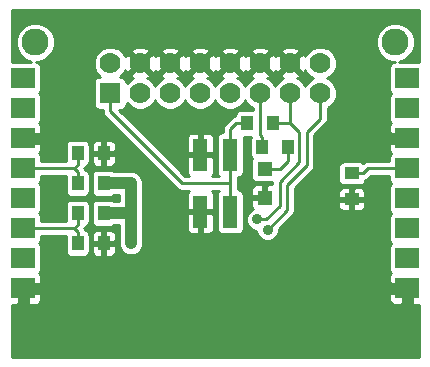
<source format=gbr>
G04 #@! TF.FileFunction,Copper,L2,Bot,Signal*
%FSLAX46Y46*%
G04 Gerber Fmt 4.6, Leading zero omitted, Abs format (unit mm)*
G04 Created by KiCad (PCBNEW (2015-12-09 BZR 6195)-product) date Tue Nov 28 20:16:39 2017*
%MOMM*%
G01*
G04 APERTURE LIST*
%ADD10C,0.100000*%
%ADD11C,1.016000*%
%ADD12C,2.032000*%
%ADD13R,2.032000X1.778000*%
%ADD14C,2.286000*%
%ADD15R,1.270000X2.780000*%
%ADD16R,1.778000X1.778000*%
%ADD17C,1.778000*%
%ADD18R,1.000000X1.300000*%
%ADD19R,1.300000X1.000000*%
%ADD20R,1.300000X1.200000*%
%ADD21C,0.889000*%
%ADD22C,1.016000*%
%ADD23C,0.254000*%
G04 APERTURE END LIST*
D10*
D11*
X138430000Y-93980000D03*
X140970000Y-96520000D03*
X158750000Y-106680000D03*
X130810000Y-106680000D03*
D12*
X158496000Y-96266000D03*
X131064000Y-96266000D03*
D11*
X152400000Y-109220000D03*
X152400000Y-104140000D03*
X140970000Y-106680000D03*
X140970000Y-101600000D03*
X130810000Y-104140000D03*
X130810000Y-101600000D03*
X130810000Y-99060000D03*
X158750000Y-104140000D03*
X158750000Y-101600000D03*
D13*
X128524000Y-90170000D03*
X128524000Y-92710000D03*
X128524000Y-95250000D03*
X128524000Y-97790000D03*
X128524000Y-100330000D03*
X128524000Y-102870000D03*
X128524000Y-105410000D03*
X128524000Y-107950000D03*
X161036000Y-107950000D03*
X161036000Y-105410000D03*
X161036000Y-102870000D03*
X161036000Y-100330000D03*
X161036000Y-97790000D03*
X161036000Y-95250000D03*
X161036000Y-92710000D03*
X161036000Y-90170000D03*
D11*
X158750000Y-99060000D03*
D14*
X129540000Y-87122000D03*
X160020000Y-87122000D03*
D15*
X143510000Y-101465000D03*
X146050000Y-101465000D03*
X143510000Y-96655000D03*
X146050000Y-96655000D03*
D16*
X135890000Y-91440000D03*
D17*
X135890000Y-88900000D03*
X138430000Y-91440000D03*
X138430000Y-88900000D03*
X140970000Y-91440000D03*
X140970000Y-88900000D03*
X143510000Y-91440000D03*
X143510000Y-88900000D03*
X146050000Y-91440000D03*
X146050000Y-88900000D03*
X148590000Y-91440000D03*
X148590000Y-88900000D03*
X151130000Y-91440000D03*
X151130000Y-88900000D03*
X153670000Y-91440000D03*
X153670000Y-88900000D03*
D18*
X135339000Y-104140000D03*
X133139000Y-104140000D03*
X133139000Y-101600000D03*
X135339000Y-101600000D03*
X135339000Y-96520000D03*
X133139000Y-96520000D03*
X133139000Y-99060000D03*
X135339000Y-99060000D03*
X147490000Y-93980000D03*
X149690000Y-93980000D03*
D19*
X156337000Y-100414000D03*
X156337000Y-98214000D03*
D18*
X150960000Y-96012000D03*
X148760000Y-96012000D03*
D20*
X148971000Y-100260000D03*
X148971000Y-97860000D03*
D11*
X137668000Y-99060000D03*
X137668000Y-104140000D03*
D21*
X148336000Y-102108000D03*
X149225000Y-102997000D03*
D22*
X135339000Y-99060000D02*
X137668000Y-99060000D01*
X135339000Y-101600000D02*
X137668000Y-101600000D01*
X137668000Y-99060000D02*
X137668000Y-101600000D01*
X137668000Y-104140000D02*
X137668000Y-101600000D01*
D23*
X156337000Y-98214000D02*
X157310000Y-98214000D01*
X157734000Y-97790000D02*
X161036000Y-97790000D01*
X157310000Y-98214000D02*
X157734000Y-97790000D01*
X133139000Y-96520000D02*
X133139000Y-97493000D01*
X133139000Y-97493000D02*
X132842000Y-97790000D01*
X128524000Y-97790000D02*
X132842000Y-97790000D01*
X133139000Y-99060000D02*
X133139000Y-98087000D01*
X133139000Y-98087000D02*
X132842000Y-97790000D01*
X135890000Y-91440000D02*
X135890000Y-92964000D01*
X135890000Y-92964000D02*
X141986000Y-99060000D01*
X141986000Y-99060000D02*
X143510000Y-99060000D01*
X143510000Y-99060000D02*
X146050000Y-99060000D01*
X146558000Y-93980000D02*
X146050000Y-94488000D01*
X146050000Y-94488000D02*
X146050000Y-96655000D01*
X147490000Y-93980000D02*
X146558000Y-93980000D01*
X146050000Y-101465000D02*
X146050000Y-99060000D01*
X146050000Y-99060000D02*
X146050000Y-96655000D01*
X148336000Y-102108000D02*
X149098000Y-102108000D01*
X149098000Y-102108000D02*
X150241000Y-100965000D01*
X150241000Y-100965000D02*
X150241000Y-98933000D01*
X150241000Y-98933000D02*
X151892000Y-97282000D01*
X151892000Y-97282000D02*
X151892000Y-94742000D01*
X151892000Y-94742000D02*
X151130000Y-93980000D01*
X151130000Y-93980000D02*
X151130000Y-93218000D01*
X149690000Y-93980000D02*
X151130000Y-93980000D01*
X151130000Y-93218000D02*
X151130000Y-91440000D01*
X149225000Y-102997000D02*
X150876000Y-101346000D01*
X150876000Y-101346000D02*
X150876000Y-99187000D01*
X150876000Y-99187000D02*
X152527000Y-97536000D01*
X152527000Y-97536000D02*
X152527000Y-94742000D01*
X152527000Y-94742000D02*
X153670000Y-93599000D01*
X153670000Y-93599000D02*
X153670000Y-91440000D01*
X150960000Y-96012000D02*
X150960000Y-97198000D01*
X150960000Y-97198000D02*
X150298000Y-97860000D01*
X150298000Y-97860000D02*
X148971000Y-97860000D01*
X148760000Y-96012000D02*
X148760000Y-95166000D01*
X148760000Y-95166000D02*
X148590000Y-94996000D01*
X148590000Y-94996000D02*
X148590000Y-91440000D01*
X128524000Y-102870000D02*
X132842000Y-102870000D01*
X132842000Y-102870000D02*
X133139000Y-102573000D01*
X133139000Y-102573000D02*
X133139000Y-101600000D01*
X133139000Y-104140000D02*
X133139000Y-103167000D01*
X133139000Y-103167000D02*
X132842000Y-102870000D01*
G36*
X162002000Y-88763048D02*
X160371741Y-88763048D01*
X160953995Y-88522466D01*
X161418834Y-88058437D01*
X161670713Y-87451845D01*
X161671286Y-86795037D01*
X161420466Y-86188005D01*
X160956437Y-85723166D01*
X160349845Y-85471287D01*
X159693037Y-85470714D01*
X159086005Y-85721534D01*
X158621166Y-86185563D01*
X158369287Y-86792155D01*
X158368714Y-87448963D01*
X158619534Y-88055995D01*
X159083563Y-88520834D01*
X159690155Y-88772713D01*
X159967349Y-88772955D01*
X159831747Y-88798470D01*
X159658847Y-88909728D01*
X159542855Y-89079488D01*
X159502048Y-89281000D01*
X159502048Y-91059000D01*
X159537470Y-91247253D01*
X159648728Y-91420153D01*
X159675927Y-91438737D01*
X159658847Y-91449728D01*
X159542855Y-91619488D01*
X159502048Y-91821000D01*
X159502048Y-93599000D01*
X159537470Y-93787253D01*
X159648728Y-93960153D01*
X159680630Y-93981950D01*
X159589339Y-94073241D01*
X159512000Y-94259952D01*
X159512000Y-94742000D01*
X159639000Y-94869000D01*
X160655000Y-94869000D01*
X160655000Y-94849000D01*
X161417000Y-94849000D01*
X161417000Y-94869000D01*
X161437000Y-94869000D01*
X161437000Y-95631000D01*
X161417000Y-95631000D01*
X161417000Y-95651000D01*
X160655000Y-95651000D01*
X160655000Y-95631000D01*
X159639000Y-95631000D01*
X159512000Y-95758000D01*
X159512000Y-96240048D01*
X159589339Y-96426759D01*
X159679207Y-96516627D01*
X159658847Y-96529728D01*
X159542855Y-96699488D01*
X159502048Y-96901000D01*
X159502048Y-97155000D01*
X157734005Y-97155000D01*
X157734000Y-97154999D01*
X157517822Y-97198000D01*
X157490996Y-97203336D01*
X157313263Y-97322094D01*
X157188512Y-97236855D01*
X156987000Y-97196048D01*
X155687000Y-97196048D01*
X155498747Y-97231470D01*
X155325847Y-97342728D01*
X155209855Y-97512488D01*
X155169048Y-97714000D01*
X155169048Y-98714000D01*
X155204470Y-98902253D01*
X155315728Y-99075153D01*
X155485488Y-99191145D01*
X155687000Y-99231952D01*
X156987000Y-99231952D01*
X157175253Y-99196530D01*
X157348153Y-99085272D01*
X157464145Y-98915512D01*
X157484649Y-98814261D01*
X157553004Y-98800664D01*
X157759013Y-98663013D01*
X157997025Y-98425000D01*
X159502048Y-98425000D01*
X159502048Y-98679000D01*
X159537470Y-98867253D01*
X159648728Y-99040153D01*
X159675927Y-99058737D01*
X159658847Y-99069728D01*
X159542855Y-99239488D01*
X159502048Y-99441000D01*
X159502048Y-101219000D01*
X159537470Y-101407253D01*
X159648728Y-101580153D01*
X159675927Y-101598737D01*
X159658847Y-101609728D01*
X159542855Y-101779488D01*
X159502048Y-101981000D01*
X159502048Y-103759000D01*
X159537470Y-103947253D01*
X159648728Y-104120153D01*
X159675927Y-104138737D01*
X159658847Y-104149728D01*
X159542855Y-104319488D01*
X159502048Y-104521000D01*
X159502048Y-106299000D01*
X159537470Y-106487253D01*
X159648728Y-106660153D01*
X159680630Y-106681950D01*
X159589339Y-106773241D01*
X159512000Y-106959952D01*
X159512000Y-107442000D01*
X159639000Y-107569000D01*
X160655000Y-107569000D01*
X160655000Y-107549000D01*
X161417000Y-107549000D01*
X161417000Y-107569000D01*
X161437000Y-107569000D01*
X161437000Y-108331000D01*
X161417000Y-108331000D01*
X161417000Y-109220000D01*
X161544000Y-109347000D01*
X162002000Y-109347000D01*
X162002000Y-113742000D01*
X127558000Y-113742000D01*
X127558000Y-109347000D01*
X128016000Y-109347000D01*
X128143000Y-109220000D01*
X128143000Y-108331000D01*
X128905000Y-108331000D01*
X128905000Y-109220000D01*
X129032000Y-109347000D01*
X129641047Y-109347000D01*
X129827758Y-109269662D01*
X129970661Y-109126759D01*
X130048000Y-108940048D01*
X130048000Y-108458000D01*
X159512000Y-108458000D01*
X159512000Y-108940048D01*
X159589339Y-109126759D01*
X159732242Y-109269662D01*
X159918953Y-109347000D01*
X160528000Y-109347000D01*
X160655000Y-109220000D01*
X160655000Y-108331000D01*
X159639000Y-108331000D01*
X159512000Y-108458000D01*
X130048000Y-108458000D01*
X129921000Y-108331000D01*
X128905000Y-108331000D01*
X128143000Y-108331000D01*
X128123000Y-108331000D01*
X128123000Y-107569000D01*
X128143000Y-107569000D01*
X128143000Y-107549000D01*
X128905000Y-107549000D01*
X128905000Y-107569000D01*
X129921000Y-107569000D01*
X130048000Y-107442000D01*
X130048000Y-106959952D01*
X129970661Y-106773241D01*
X129880793Y-106683373D01*
X129901153Y-106670272D01*
X130017145Y-106500512D01*
X130057952Y-106299000D01*
X130057952Y-104521000D01*
X130022530Y-104332747D01*
X129911272Y-104159847D01*
X129884073Y-104141263D01*
X129901153Y-104130272D01*
X130017145Y-103960512D01*
X130057952Y-103759000D01*
X130057952Y-103505000D01*
X132121048Y-103505000D01*
X132121048Y-104790000D01*
X132156470Y-104978253D01*
X132267728Y-105151153D01*
X132437488Y-105267145D01*
X132639000Y-105307952D01*
X133639000Y-105307952D01*
X133827253Y-105272530D01*
X134000153Y-105161272D01*
X134116145Y-104991512D01*
X134156952Y-104790000D01*
X134156952Y-104394000D01*
X134331000Y-104394000D01*
X134331000Y-104891048D01*
X134408339Y-105077759D01*
X134551242Y-105220662D01*
X134737953Y-105298000D01*
X135085000Y-105298000D01*
X135212000Y-105171000D01*
X135212000Y-104267000D01*
X135466000Y-104267000D01*
X135466000Y-105171000D01*
X135593000Y-105298000D01*
X135940047Y-105298000D01*
X136126758Y-105220662D01*
X136269661Y-105077759D01*
X136347000Y-104891048D01*
X136347000Y-104394000D01*
X136220000Y-104267000D01*
X135466000Y-104267000D01*
X135212000Y-104267000D01*
X134458000Y-104267000D01*
X134331000Y-104394000D01*
X134156952Y-104394000D01*
X134156952Y-103490000D01*
X134137939Y-103388952D01*
X134331000Y-103388952D01*
X134331000Y-103886000D01*
X134458000Y-104013000D01*
X135212000Y-104013000D01*
X135212000Y-103109000D01*
X135466000Y-103109000D01*
X135466000Y-104013000D01*
X136220000Y-104013000D01*
X136347000Y-103886000D01*
X136347000Y-103388952D01*
X136269661Y-103202241D01*
X136126758Y-103059338D01*
X135940047Y-102982000D01*
X135593000Y-102982000D01*
X135466000Y-103109000D01*
X135212000Y-103109000D01*
X135085000Y-102982000D01*
X134737953Y-102982000D01*
X134551242Y-103059338D01*
X134408339Y-103202241D01*
X134331000Y-103388952D01*
X134137939Y-103388952D01*
X134121530Y-103301747D01*
X134010272Y-103128847D01*
X133840512Y-103012855D01*
X133739261Y-102992351D01*
X133725664Y-102923995D01*
X133689585Y-102870000D01*
X133725664Y-102816005D01*
X133738964Y-102749143D01*
X133827253Y-102732530D01*
X134000153Y-102621272D01*
X134116145Y-102451512D01*
X134156952Y-102250000D01*
X134156952Y-100950000D01*
X134121530Y-100761747D01*
X134010272Y-100588847D01*
X133840512Y-100472855D01*
X133639000Y-100432048D01*
X132639000Y-100432048D01*
X132450747Y-100467470D01*
X132277847Y-100578728D01*
X132161855Y-100748488D01*
X132121048Y-100950000D01*
X132121048Y-102235000D01*
X130057952Y-102235000D01*
X130057952Y-101981000D01*
X130022530Y-101792747D01*
X129911272Y-101619847D01*
X129884073Y-101601263D01*
X129901153Y-101590272D01*
X130017145Y-101420512D01*
X130057952Y-101219000D01*
X130057952Y-99441000D01*
X130022530Y-99252747D01*
X129911272Y-99079847D01*
X129884073Y-99061263D01*
X129901153Y-99050272D01*
X130017145Y-98880512D01*
X130057952Y-98679000D01*
X130057952Y-98425000D01*
X132121048Y-98425000D01*
X132121048Y-99710000D01*
X132156470Y-99898253D01*
X132267728Y-100071153D01*
X132437488Y-100187145D01*
X132639000Y-100227952D01*
X133639000Y-100227952D01*
X133827253Y-100192530D01*
X134000153Y-100081272D01*
X134116145Y-99911512D01*
X134156952Y-99710000D01*
X134156952Y-98410000D01*
X134321048Y-98410000D01*
X134321048Y-99710000D01*
X134356470Y-99898253D01*
X134467728Y-100071153D01*
X134637488Y-100187145D01*
X134839000Y-100227952D01*
X135839000Y-100227952D01*
X136027253Y-100192530D01*
X136200153Y-100081272D01*
X136203755Y-100076000D01*
X136652000Y-100076000D01*
X136652000Y-100584000D01*
X136203178Y-100584000D01*
X136040512Y-100472855D01*
X135839000Y-100432048D01*
X134839000Y-100432048D01*
X134650747Y-100467470D01*
X134477847Y-100578728D01*
X134361855Y-100748488D01*
X134321048Y-100950000D01*
X134321048Y-102250000D01*
X134356470Y-102438253D01*
X134467728Y-102611153D01*
X134637488Y-102727145D01*
X134839000Y-102767952D01*
X135839000Y-102767952D01*
X136027253Y-102732530D01*
X136200153Y-102621272D01*
X136203755Y-102616000D01*
X136652000Y-102616000D01*
X136652000Y-104139113D01*
X136651824Y-104341208D01*
X136806175Y-104714766D01*
X137091731Y-105000821D01*
X137465018Y-105155824D01*
X137869208Y-105156176D01*
X138242766Y-105001825D01*
X138528821Y-104716269D01*
X138683824Y-104342982D01*
X138684176Y-103938792D01*
X138684000Y-103938366D01*
X138684000Y-101719000D01*
X142367000Y-101719000D01*
X142367000Y-102956048D01*
X142444339Y-103142759D01*
X142587242Y-103285662D01*
X142773953Y-103363000D01*
X143256000Y-103363000D01*
X143383000Y-103236000D01*
X143383000Y-101592000D01*
X143637000Y-101592000D01*
X143637000Y-103236000D01*
X143764000Y-103363000D01*
X144246047Y-103363000D01*
X144432758Y-103285662D01*
X144575661Y-103142759D01*
X144653000Y-102956048D01*
X144653000Y-101719000D01*
X144526000Y-101592000D01*
X143637000Y-101592000D01*
X143383000Y-101592000D01*
X142494000Y-101592000D01*
X142367000Y-101719000D01*
X138684000Y-101719000D01*
X138684000Y-99060887D01*
X138684176Y-98858792D01*
X138529825Y-98485234D01*
X138244269Y-98199179D01*
X137870982Y-98044176D01*
X137466792Y-98043824D01*
X137466366Y-98044000D01*
X136203178Y-98044000D01*
X136040512Y-97932855D01*
X135839000Y-97892048D01*
X134839000Y-97892048D01*
X134650747Y-97927470D01*
X134477847Y-98038728D01*
X134361855Y-98208488D01*
X134321048Y-98410000D01*
X134156952Y-98410000D01*
X134121530Y-98221747D01*
X134010272Y-98048847D01*
X133840512Y-97932855D01*
X133739261Y-97912351D01*
X133730571Y-97868664D01*
X133725664Y-97843995D01*
X133689585Y-97790000D01*
X133725664Y-97736005D01*
X133738964Y-97669143D01*
X133827253Y-97652530D01*
X134000153Y-97541272D01*
X134116145Y-97371512D01*
X134156952Y-97170000D01*
X134156952Y-96774000D01*
X134331000Y-96774000D01*
X134331000Y-97271048D01*
X134408339Y-97457759D01*
X134551242Y-97600662D01*
X134737953Y-97678000D01*
X135085000Y-97678000D01*
X135212000Y-97551000D01*
X135212000Y-96647000D01*
X135466000Y-96647000D01*
X135466000Y-97551000D01*
X135593000Y-97678000D01*
X135940047Y-97678000D01*
X136126758Y-97600662D01*
X136269661Y-97457759D01*
X136347000Y-97271048D01*
X136347000Y-96774000D01*
X136220000Y-96647000D01*
X135466000Y-96647000D01*
X135212000Y-96647000D01*
X134458000Y-96647000D01*
X134331000Y-96774000D01*
X134156952Y-96774000D01*
X134156952Y-95870000D01*
X134137939Y-95768952D01*
X134331000Y-95768952D01*
X134331000Y-96266000D01*
X134458000Y-96393000D01*
X135212000Y-96393000D01*
X135212000Y-95489000D01*
X135466000Y-95489000D01*
X135466000Y-96393000D01*
X136220000Y-96393000D01*
X136347000Y-96266000D01*
X136347000Y-95768952D01*
X136269661Y-95582241D01*
X136126758Y-95439338D01*
X135940047Y-95362000D01*
X135593000Y-95362000D01*
X135466000Y-95489000D01*
X135212000Y-95489000D01*
X135085000Y-95362000D01*
X134737953Y-95362000D01*
X134551242Y-95439338D01*
X134408339Y-95582241D01*
X134331000Y-95768952D01*
X134137939Y-95768952D01*
X134121530Y-95681747D01*
X134010272Y-95508847D01*
X133840512Y-95392855D01*
X133639000Y-95352048D01*
X132639000Y-95352048D01*
X132450747Y-95387470D01*
X132277847Y-95498728D01*
X132161855Y-95668488D01*
X132121048Y-95870000D01*
X132121048Y-97155000D01*
X130057952Y-97155000D01*
X130057952Y-96901000D01*
X130022530Y-96712747D01*
X129911272Y-96539847D01*
X129879370Y-96518050D01*
X129970661Y-96426759D01*
X130048000Y-96240048D01*
X130048000Y-95758000D01*
X129921000Y-95631000D01*
X128905000Y-95631000D01*
X128905000Y-95651000D01*
X128143000Y-95651000D01*
X128143000Y-95631000D01*
X128123000Y-95631000D01*
X128123000Y-94869000D01*
X128143000Y-94869000D01*
X128143000Y-94849000D01*
X128905000Y-94849000D01*
X128905000Y-94869000D01*
X129921000Y-94869000D01*
X130048000Y-94742000D01*
X130048000Y-94259952D01*
X129970661Y-94073241D01*
X129880793Y-93983373D01*
X129901153Y-93970272D01*
X130017145Y-93800512D01*
X130057952Y-93599000D01*
X130057952Y-91821000D01*
X130022530Y-91632747D01*
X129911272Y-91459847D01*
X129884073Y-91441263D01*
X129901153Y-91430272D01*
X130017145Y-91260512D01*
X130057952Y-91059000D01*
X130057952Y-90551000D01*
X134483048Y-90551000D01*
X134483048Y-92329000D01*
X134518470Y-92517253D01*
X134629728Y-92690153D01*
X134799488Y-92806145D01*
X135001000Y-92846952D01*
X135255000Y-92846952D01*
X135255000Y-92964000D01*
X135303336Y-93207004D01*
X135440987Y-93413013D01*
X141536987Y-99509013D01*
X141742996Y-99646664D01*
X141986000Y-99695000D01*
X142536580Y-99695000D01*
X142444339Y-99787241D01*
X142367000Y-99973952D01*
X142367000Y-101211000D01*
X142494000Y-101338000D01*
X143383000Y-101338000D01*
X143383000Y-101318000D01*
X143637000Y-101318000D01*
X143637000Y-101338000D01*
X144526000Y-101338000D01*
X144653000Y-101211000D01*
X144653000Y-99973952D01*
X144575661Y-99787241D01*
X144483420Y-99695000D01*
X145067411Y-99695000D01*
X145053847Y-99703728D01*
X144937855Y-99873488D01*
X144897048Y-100075000D01*
X144897048Y-102855000D01*
X144932470Y-103043253D01*
X145043728Y-103216153D01*
X145213488Y-103332145D01*
X145415000Y-103372952D01*
X146685000Y-103372952D01*
X146873253Y-103337530D01*
X147046153Y-103226272D01*
X147162145Y-103056512D01*
X147202952Y-102855000D01*
X147202952Y-100075000D01*
X147167530Y-99886747D01*
X147056272Y-99713847D01*
X146886512Y-99597855D01*
X146694408Y-99558953D01*
X147813000Y-99558953D01*
X147813000Y-100006000D01*
X147940000Y-100133000D01*
X148844000Y-100133000D01*
X148844000Y-99279000D01*
X148717000Y-99152000D01*
X148219952Y-99152000D01*
X148033241Y-99229339D01*
X147890338Y-99372242D01*
X147813000Y-99558953D01*
X146694408Y-99558953D01*
X146685000Y-99557048D01*
X146685000Y-98562952D01*
X146873253Y-98527530D01*
X147046153Y-98416272D01*
X147162145Y-98246512D01*
X147202952Y-98045000D01*
X147202952Y-95265000D01*
X147180928Y-95147952D01*
X147791420Y-95147952D01*
X147782855Y-95160488D01*
X147742048Y-95362000D01*
X147742048Y-96662000D01*
X147777470Y-96850253D01*
X147878674Y-97007529D01*
X147843855Y-97058488D01*
X147803048Y-97260000D01*
X147803048Y-98460000D01*
X147838470Y-98648253D01*
X147949728Y-98821153D01*
X148119488Y-98937145D01*
X148321000Y-98977952D01*
X149606000Y-98977952D01*
X149606000Y-99152000D01*
X149225000Y-99152000D01*
X149098000Y-99279000D01*
X149098000Y-100133000D01*
X149118000Y-100133000D01*
X149118000Y-100387000D01*
X149098000Y-100387000D01*
X149098000Y-100407000D01*
X148844000Y-100407000D01*
X148844000Y-100387000D01*
X147940000Y-100387000D01*
X147813000Y-100514000D01*
X147813000Y-100961047D01*
X147890338Y-101147758D01*
X147970850Y-101228270D01*
X147797157Y-101300039D01*
X147528980Y-101567747D01*
X147383665Y-101917705D01*
X147383335Y-102296633D01*
X147528039Y-102646843D01*
X147795747Y-102915020D01*
X148145705Y-103060335D01*
X148272444Y-103060445D01*
X148272335Y-103185633D01*
X148417039Y-103535843D01*
X148684747Y-103804020D01*
X149034705Y-103949335D01*
X149413633Y-103949665D01*
X149763843Y-103804961D01*
X150032020Y-103537253D01*
X150177335Y-103187295D01*
X150177548Y-102942478D01*
X151325013Y-101795013D01*
X151462664Y-101589004D01*
X151511001Y-101346000D01*
X151511000Y-101345995D01*
X151511000Y-100668000D01*
X155179000Y-100668000D01*
X155179000Y-101015047D01*
X155256338Y-101201758D01*
X155399241Y-101344661D01*
X155585952Y-101422000D01*
X156083000Y-101422000D01*
X156210000Y-101295000D01*
X156210000Y-100541000D01*
X156464000Y-100541000D01*
X156464000Y-101295000D01*
X156591000Y-101422000D01*
X157088048Y-101422000D01*
X157274759Y-101344661D01*
X157417662Y-101201758D01*
X157495000Y-101015047D01*
X157495000Y-100668000D01*
X157368000Y-100541000D01*
X156464000Y-100541000D01*
X156210000Y-100541000D01*
X155306000Y-100541000D01*
X155179000Y-100668000D01*
X151511000Y-100668000D01*
X151511000Y-99812953D01*
X155179000Y-99812953D01*
X155179000Y-100160000D01*
X155306000Y-100287000D01*
X156210000Y-100287000D01*
X156210000Y-99533000D01*
X156464000Y-99533000D01*
X156464000Y-100287000D01*
X157368000Y-100287000D01*
X157495000Y-100160000D01*
X157495000Y-99812953D01*
X157417662Y-99626242D01*
X157274759Y-99483339D01*
X157088048Y-99406000D01*
X156591000Y-99406000D01*
X156464000Y-99533000D01*
X156210000Y-99533000D01*
X156083000Y-99406000D01*
X155585952Y-99406000D01*
X155399241Y-99483339D01*
X155256338Y-99626242D01*
X155179000Y-99812953D01*
X151511000Y-99812953D01*
X151511000Y-99450026D01*
X152976013Y-97985013D01*
X153113664Y-97779004D01*
X153162001Y-97536000D01*
X153162000Y-97535995D01*
X153162000Y-95005026D01*
X154119013Y-94048013D01*
X154256664Y-93842004D01*
X154305000Y-93599000D01*
X154305000Y-92689180D01*
X154460303Y-92625010D01*
X154853629Y-92232370D01*
X155066757Y-91719100D01*
X155067242Y-91163339D01*
X154855010Y-90649697D01*
X154462370Y-90256371D01*
X154254488Y-90170051D01*
X154460303Y-90085010D01*
X154853629Y-89692370D01*
X155066757Y-89179100D01*
X155067242Y-88623339D01*
X154855010Y-88109697D01*
X154462370Y-87716371D01*
X153949100Y-87503243D01*
X153393339Y-87502758D01*
X152879697Y-87714990D01*
X152486371Y-88107630D01*
X152406605Y-88299727D01*
X152352397Y-88168857D01*
X152132775Y-88076830D01*
X151309605Y-88900000D01*
X152132775Y-89723170D01*
X152352397Y-89631143D01*
X152402509Y-89490682D01*
X152484990Y-89690303D01*
X152877630Y-90083629D01*
X153085512Y-90169949D01*
X152879697Y-90254990D01*
X152486371Y-90647630D01*
X152400051Y-90855512D01*
X152315010Y-90649697D01*
X151922370Y-90256371D01*
X151730273Y-90176605D01*
X151861143Y-90122397D01*
X151953170Y-89902775D01*
X151130000Y-89079605D01*
X150306830Y-89902775D01*
X150398857Y-90122397D01*
X150539318Y-90172509D01*
X150339697Y-90254990D01*
X149946371Y-90647630D01*
X149860051Y-90855512D01*
X149775010Y-90649697D01*
X149382370Y-90256371D01*
X149190273Y-90176605D01*
X149321143Y-90122397D01*
X149413170Y-89902775D01*
X148590000Y-89079605D01*
X147766830Y-89902775D01*
X147858857Y-90122397D01*
X147999318Y-90172509D01*
X147799697Y-90254990D01*
X147406371Y-90647630D01*
X147320051Y-90855512D01*
X147235010Y-90649697D01*
X146842370Y-90256371D01*
X146650273Y-90176605D01*
X146781143Y-90122397D01*
X146873170Y-89902775D01*
X146050000Y-89079605D01*
X145226830Y-89902775D01*
X145318857Y-90122397D01*
X145459318Y-90172509D01*
X145259697Y-90254990D01*
X144866371Y-90647630D01*
X144780051Y-90855512D01*
X144695010Y-90649697D01*
X144302370Y-90256371D01*
X144110273Y-90176605D01*
X144241143Y-90122397D01*
X144333170Y-89902775D01*
X143510000Y-89079605D01*
X142686830Y-89902775D01*
X142778857Y-90122397D01*
X142919318Y-90172509D01*
X142719697Y-90254990D01*
X142326371Y-90647630D01*
X142240051Y-90855512D01*
X142155010Y-90649697D01*
X141762370Y-90256371D01*
X141570273Y-90176605D01*
X141701143Y-90122397D01*
X141793170Y-89902775D01*
X140970000Y-89079605D01*
X140146830Y-89902775D01*
X140238857Y-90122397D01*
X140379318Y-90172509D01*
X140179697Y-90254990D01*
X139786371Y-90647630D01*
X139700051Y-90855512D01*
X139615010Y-90649697D01*
X139222370Y-90256371D01*
X139030273Y-90176605D01*
X139161143Y-90122397D01*
X139253170Y-89902775D01*
X138430000Y-89079605D01*
X137606830Y-89902775D01*
X137698857Y-90122397D01*
X137839318Y-90172509D01*
X137639697Y-90254990D01*
X137296952Y-90597137D01*
X137296952Y-90551000D01*
X137261530Y-90362747D01*
X137150272Y-90189847D01*
X136980512Y-90073855D01*
X136779000Y-90033048D01*
X136732356Y-90033048D01*
X137073629Y-89692370D01*
X137153395Y-89500273D01*
X137207603Y-89631143D01*
X137427225Y-89723170D01*
X138250395Y-88900000D01*
X138609605Y-88900000D01*
X139432775Y-89723170D01*
X139652397Y-89631143D01*
X139696453Y-89507656D01*
X139747603Y-89631143D01*
X139967225Y-89723170D01*
X140790395Y-88900000D01*
X141149605Y-88900000D01*
X141972775Y-89723170D01*
X142192397Y-89631143D01*
X142236453Y-89507656D01*
X142287603Y-89631143D01*
X142507225Y-89723170D01*
X143330395Y-88900000D01*
X143689605Y-88900000D01*
X144512775Y-89723170D01*
X144732397Y-89631143D01*
X144776453Y-89507656D01*
X144827603Y-89631143D01*
X145047225Y-89723170D01*
X145870395Y-88900000D01*
X146229605Y-88900000D01*
X147052775Y-89723170D01*
X147272397Y-89631143D01*
X147316453Y-89507656D01*
X147367603Y-89631143D01*
X147587225Y-89723170D01*
X148410395Y-88900000D01*
X148769605Y-88900000D01*
X149592775Y-89723170D01*
X149812397Y-89631143D01*
X149856453Y-89507656D01*
X149907603Y-89631143D01*
X150127225Y-89723170D01*
X150950395Y-88900000D01*
X150127225Y-88076830D01*
X149907603Y-88168857D01*
X149863547Y-88292344D01*
X149812397Y-88168857D01*
X149592775Y-88076830D01*
X148769605Y-88900000D01*
X148410395Y-88900000D01*
X147587225Y-88076830D01*
X147367603Y-88168857D01*
X147323547Y-88292344D01*
X147272397Y-88168857D01*
X147052775Y-88076830D01*
X146229605Y-88900000D01*
X145870395Y-88900000D01*
X145047225Y-88076830D01*
X144827603Y-88168857D01*
X144783547Y-88292344D01*
X144732397Y-88168857D01*
X144512775Y-88076830D01*
X143689605Y-88900000D01*
X143330395Y-88900000D01*
X142507225Y-88076830D01*
X142287603Y-88168857D01*
X142243547Y-88292344D01*
X142192397Y-88168857D01*
X141972775Y-88076830D01*
X141149605Y-88900000D01*
X140790395Y-88900000D01*
X139967225Y-88076830D01*
X139747603Y-88168857D01*
X139703547Y-88292344D01*
X139652397Y-88168857D01*
X139432775Y-88076830D01*
X138609605Y-88900000D01*
X138250395Y-88900000D01*
X137427225Y-88076830D01*
X137207603Y-88168857D01*
X137157491Y-88309318D01*
X137075010Y-88109697D01*
X136862909Y-87897225D01*
X137606830Y-87897225D01*
X138430000Y-88720395D01*
X139253170Y-87897225D01*
X140146830Y-87897225D01*
X140970000Y-88720395D01*
X141793170Y-87897225D01*
X142686830Y-87897225D01*
X143510000Y-88720395D01*
X144333170Y-87897225D01*
X145226830Y-87897225D01*
X146050000Y-88720395D01*
X146873170Y-87897225D01*
X147766830Y-87897225D01*
X148590000Y-88720395D01*
X149413170Y-87897225D01*
X150306830Y-87897225D01*
X151130000Y-88720395D01*
X151953170Y-87897225D01*
X151861143Y-87677603D01*
X151337698Y-87490856D01*
X150782632Y-87518638D01*
X150398857Y-87677603D01*
X150306830Y-87897225D01*
X149413170Y-87897225D01*
X149321143Y-87677603D01*
X148797698Y-87490856D01*
X148242632Y-87518638D01*
X147858857Y-87677603D01*
X147766830Y-87897225D01*
X146873170Y-87897225D01*
X146781143Y-87677603D01*
X146257698Y-87490856D01*
X145702632Y-87518638D01*
X145318857Y-87677603D01*
X145226830Y-87897225D01*
X144333170Y-87897225D01*
X144241143Y-87677603D01*
X143717698Y-87490856D01*
X143162632Y-87518638D01*
X142778857Y-87677603D01*
X142686830Y-87897225D01*
X141793170Y-87897225D01*
X141701143Y-87677603D01*
X141177698Y-87490856D01*
X140622632Y-87518638D01*
X140238857Y-87677603D01*
X140146830Y-87897225D01*
X139253170Y-87897225D01*
X139161143Y-87677603D01*
X138637698Y-87490856D01*
X138082632Y-87518638D01*
X137698857Y-87677603D01*
X137606830Y-87897225D01*
X136862909Y-87897225D01*
X136682370Y-87716371D01*
X136169100Y-87503243D01*
X135613339Y-87502758D01*
X135099697Y-87714990D01*
X134706371Y-88107630D01*
X134493243Y-88620900D01*
X134492758Y-89176661D01*
X134704990Y-89690303D01*
X135047137Y-90033048D01*
X135001000Y-90033048D01*
X134812747Y-90068470D01*
X134639847Y-90179728D01*
X134523855Y-90349488D01*
X134483048Y-90551000D01*
X130057952Y-90551000D01*
X130057952Y-89281000D01*
X130022530Y-89092747D01*
X129911272Y-88919847D01*
X129741512Y-88803855D01*
X129589361Y-88773044D01*
X129866963Y-88773286D01*
X130473995Y-88522466D01*
X130938834Y-88058437D01*
X131190713Y-87451845D01*
X131191286Y-86795037D01*
X130940466Y-86188005D01*
X130476437Y-85723166D01*
X129869845Y-85471287D01*
X129213037Y-85470714D01*
X128606005Y-85721534D01*
X128141166Y-86185563D01*
X127889287Y-86792155D01*
X127888714Y-87448963D01*
X128139534Y-88055995D01*
X128603563Y-88520834D01*
X129186879Y-88763048D01*
X127558000Y-88763048D01*
X127558000Y-84378000D01*
X162002000Y-84378000D01*
X162002000Y-88763048D01*
X162002000Y-88763048D01*
G37*
X162002000Y-88763048D02*
X160371741Y-88763048D01*
X160953995Y-88522466D01*
X161418834Y-88058437D01*
X161670713Y-87451845D01*
X161671286Y-86795037D01*
X161420466Y-86188005D01*
X160956437Y-85723166D01*
X160349845Y-85471287D01*
X159693037Y-85470714D01*
X159086005Y-85721534D01*
X158621166Y-86185563D01*
X158369287Y-86792155D01*
X158368714Y-87448963D01*
X158619534Y-88055995D01*
X159083563Y-88520834D01*
X159690155Y-88772713D01*
X159967349Y-88772955D01*
X159831747Y-88798470D01*
X159658847Y-88909728D01*
X159542855Y-89079488D01*
X159502048Y-89281000D01*
X159502048Y-91059000D01*
X159537470Y-91247253D01*
X159648728Y-91420153D01*
X159675927Y-91438737D01*
X159658847Y-91449728D01*
X159542855Y-91619488D01*
X159502048Y-91821000D01*
X159502048Y-93599000D01*
X159537470Y-93787253D01*
X159648728Y-93960153D01*
X159680630Y-93981950D01*
X159589339Y-94073241D01*
X159512000Y-94259952D01*
X159512000Y-94742000D01*
X159639000Y-94869000D01*
X160655000Y-94869000D01*
X160655000Y-94849000D01*
X161417000Y-94849000D01*
X161417000Y-94869000D01*
X161437000Y-94869000D01*
X161437000Y-95631000D01*
X161417000Y-95631000D01*
X161417000Y-95651000D01*
X160655000Y-95651000D01*
X160655000Y-95631000D01*
X159639000Y-95631000D01*
X159512000Y-95758000D01*
X159512000Y-96240048D01*
X159589339Y-96426759D01*
X159679207Y-96516627D01*
X159658847Y-96529728D01*
X159542855Y-96699488D01*
X159502048Y-96901000D01*
X159502048Y-97155000D01*
X157734005Y-97155000D01*
X157734000Y-97154999D01*
X157517822Y-97198000D01*
X157490996Y-97203336D01*
X157313263Y-97322094D01*
X157188512Y-97236855D01*
X156987000Y-97196048D01*
X155687000Y-97196048D01*
X155498747Y-97231470D01*
X155325847Y-97342728D01*
X155209855Y-97512488D01*
X155169048Y-97714000D01*
X155169048Y-98714000D01*
X155204470Y-98902253D01*
X155315728Y-99075153D01*
X155485488Y-99191145D01*
X155687000Y-99231952D01*
X156987000Y-99231952D01*
X157175253Y-99196530D01*
X157348153Y-99085272D01*
X157464145Y-98915512D01*
X157484649Y-98814261D01*
X157553004Y-98800664D01*
X157759013Y-98663013D01*
X157997025Y-98425000D01*
X159502048Y-98425000D01*
X159502048Y-98679000D01*
X159537470Y-98867253D01*
X159648728Y-99040153D01*
X159675927Y-99058737D01*
X159658847Y-99069728D01*
X159542855Y-99239488D01*
X159502048Y-99441000D01*
X159502048Y-101219000D01*
X159537470Y-101407253D01*
X159648728Y-101580153D01*
X159675927Y-101598737D01*
X159658847Y-101609728D01*
X159542855Y-101779488D01*
X159502048Y-101981000D01*
X159502048Y-103759000D01*
X159537470Y-103947253D01*
X159648728Y-104120153D01*
X159675927Y-104138737D01*
X159658847Y-104149728D01*
X159542855Y-104319488D01*
X159502048Y-104521000D01*
X159502048Y-106299000D01*
X159537470Y-106487253D01*
X159648728Y-106660153D01*
X159680630Y-106681950D01*
X159589339Y-106773241D01*
X159512000Y-106959952D01*
X159512000Y-107442000D01*
X159639000Y-107569000D01*
X160655000Y-107569000D01*
X160655000Y-107549000D01*
X161417000Y-107549000D01*
X161417000Y-107569000D01*
X161437000Y-107569000D01*
X161437000Y-108331000D01*
X161417000Y-108331000D01*
X161417000Y-109220000D01*
X161544000Y-109347000D01*
X162002000Y-109347000D01*
X162002000Y-113742000D01*
X127558000Y-113742000D01*
X127558000Y-109347000D01*
X128016000Y-109347000D01*
X128143000Y-109220000D01*
X128143000Y-108331000D01*
X128905000Y-108331000D01*
X128905000Y-109220000D01*
X129032000Y-109347000D01*
X129641047Y-109347000D01*
X129827758Y-109269662D01*
X129970661Y-109126759D01*
X130048000Y-108940048D01*
X130048000Y-108458000D01*
X159512000Y-108458000D01*
X159512000Y-108940048D01*
X159589339Y-109126759D01*
X159732242Y-109269662D01*
X159918953Y-109347000D01*
X160528000Y-109347000D01*
X160655000Y-109220000D01*
X160655000Y-108331000D01*
X159639000Y-108331000D01*
X159512000Y-108458000D01*
X130048000Y-108458000D01*
X129921000Y-108331000D01*
X128905000Y-108331000D01*
X128143000Y-108331000D01*
X128123000Y-108331000D01*
X128123000Y-107569000D01*
X128143000Y-107569000D01*
X128143000Y-107549000D01*
X128905000Y-107549000D01*
X128905000Y-107569000D01*
X129921000Y-107569000D01*
X130048000Y-107442000D01*
X130048000Y-106959952D01*
X129970661Y-106773241D01*
X129880793Y-106683373D01*
X129901153Y-106670272D01*
X130017145Y-106500512D01*
X130057952Y-106299000D01*
X130057952Y-104521000D01*
X130022530Y-104332747D01*
X129911272Y-104159847D01*
X129884073Y-104141263D01*
X129901153Y-104130272D01*
X130017145Y-103960512D01*
X130057952Y-103759000D01*
X130057952Y-103505000D01*
X132121048Y-103505000D01*
X132121048Y-104790000D01*
X132156470Y-104978253D01*
X132267728Y-105151153D01*
X132437488Y-105267145D01*
X132639000Y-105307952D01*
X133639000Y-105307952D01*
X133827253Y-105272530D01*
X134000153Y-105161272D01*
X134116145Y-104991512D01*
X134156952Y-104790000D01*
X134156952Y-104394000D01*
X134331000Y-104394000D01*
X134331000Y-104891048D01*
X134408339Y-105077759D01*
X134551242Y-105220662D01*
X134737953Y-105298000D01*
X135085000Y-105298000D01*
X135212000Y-105171000D01*
X135212000Y-104267000D01*
X135466000Y-104267000D01*
X135466000Y-105171000D01*
X135593000Y-105298000D01*
X135940047Y-105298000D01*
X136126758Y-105220662D01*
X136269661Y-105077759D01*
X136347000Y-104891048D01*
X136347000Y-104394000D01*
X136220000Y-104267000D01*
X135466000Y-104267000D01*
X135212000Y-104267000D01*
X134458000Y-104267000D01*
X134331000Y-104394000D01*
X134156952Y-104394000D01*
X134156952Y-103490000D01*
X134137939Y-103388952D01*
X134331000Y-103388952D01*
X134331000Y-103886000D01*
X134458000Y-104013000D01*
X135212000Y-104013000D01*
X135212000Y-103109000D01*
X135466000Y-103109000D01*
X135466000Y-104013000D01*
X136220000Y-104013000D01*
X136347000Y-103886000D01*
X136347000Y-103388952D01*
X136269661Y-103202241D01*
X136126758Y-103059338D01*
X135940047Y-102982000D01*
X135593000Y-102982000D01*
X135466000Y-103109000D01*
X135212000Y-103109000D01*
X135085000Y-102982000D01*
X134737953Y-102982000D01*
X134551242Y-103059338D01*
X134408339Y-103202241D01*
X134331000Y-103388952D01*
X134137939Y-103388952D01*
X134121530Y-103301747D01*
X134010272Y-103128847D01*
X133840512Y-103012855D01*
X133739261Y-102992351D01*
X133725664Y-102923995D01*
X133689585Y-102870000D01*
X133725664Y-102816005D01*
X133738964Y-102749143D01*
X133827253Y-102732530D01*
X134000153Y-102621272D01*
X134116145Y-102451512D01*
X134156952Y-102250000D01*
X134156952Y-100950000D01*
X134121530Y-100761747D01*
X134010272Y-100588847D01*
X133840512Y-100472855D01*
X133639000Y-100432048D01*
X132639000Y-100432048D01*
X132450747Y-100467470D01*
X132277847Y-100578728D01*
X132161855Y-100748488D01*
X132121048Y-100950000D01*
X132121048Y-102235000D01*
X130057952Y-102235000D01*
X130057952Y-101981000D01*
X130022530Y-101792747D01*
X129911272Y-101619847D01*
X129884073Y-101601263D01*
X129901153Y-101590272D01*
X130017145Y-101420512D01*
X130057952Y-101219000D01*
X130057952Y-99441000D01*
X130022530Y-99252747D01*
X129911272Y-99079847D01*
X129884073Y-99061263D01*
X129901153Y-99050272D01*
X130017145Y-98880512D01*
X130057952Y-98679000D01*
X130057952Y-98425000D01*
X132121048Y-98425000D01*
X132121048Y-99710000D01*
X132156470Y-99898253D01*
X132267728Y-100071153D01*
X132437488Y-100187145D01*
X132639000Y-100227952D01*
X133639000Y-100227952D01*
X133827253Y-100192530D01*
X134000153Y-100081272D01*
X134116145Y-99911512D01*
X134156952Y-99710000D01*
X134156952Y-98410000D01*
X134321048Y-98410000D01*
X134321048Y-99710000D01*
X134356470Y-99898253D01*
X134467728Y-100071153D01*
X134637488Y-100187145D01*
X134839000Y-100227952D01*
X135839000Y-100227952D01*
X136027253Y-100192530D01*
X136200153Y-100081272D01*
X136203755Y-100076000D01*
X136652000Y-100076000D01*
X136652000Y-100584000D01*
X136203178Y-100584000D01*
X136040512Y-100472855D01*
X135839000Y-100432048D01*
X134839000Y-100432048D01*
X134650747Y-100467470D01*
X134477847Y-100578728D01*
X134361855Y-100748488D01*
X134321048Y-100950000D01*
X134321048Y-102250000D01*
X134356470Y-102438253D01*
X134467728Y-102611153D01*
X134637488Y-102727145D01*
X134839000Y-102767952D01*
X135839000Y-102767952D01*
X136027253Y-102732530D01*
X136200153Y-102621272D01*
X136203755Y-102616000D01*
X136652000Y-102616000D01*
X136652000Y-104139113D01*
X136651824Y-104341208D01*
X136806175Y-104714766D01*
X137091731Y-105000821D01*
X137465018Y-105155824D01*
X137869208Y-105156176D01*
X138242766Y-105001825D01*
X138528821Y-104716269D01*
X138683824Y-104342982D01*
X138684176Y-103938792D01*
X138684000Y-103938366D01*
X138684000Y-101719000D01*
X142367000Y-101719000D01*
X142367000Y-102956048D01*
X142444339Y-103142759D01*
X142587242Y-103285662D01*
X142773953Y-103363000D01*
X143256000Y-103363000D01*
X143383000Y-103236000D01*
X143383000Y-101592000D01*
X143637000Y-101592000D01*
X143637000Y-103236000D01*
X143764000Y-103363000D01*
X144246047Y-103363000D01*
X144432758Y-103285662D01*
X144575661Y-103142759D01*
X144653000Y-102956048D01*
X144653000Y-101719000D01*
X144526000Y-101592000D01*
X143637000Y-101592000D01*
X143383000Y-101592000D01*
X142494000Y-101592000D01*
X142367000Y-101719000D01*
X138684000Y-101719000D01*
X138684000Y-99060887D01*
X138684176Y-98858792D01*
X138529825Y-98485234D01*
X138244269Y-98199179D01*
X137870982Y-98044176D01*
X137466792Y-98043824D01*
X137466366Y-98044000D01*
X136203178Y-98044000D01*
X136040512Y-97932855D01*
X135839000Y-97892048D01*
X134839000Y-97892048D01*
X134650747Y-97927470D01*
X134477847Y-98038728D01*
X134361855Y-98208488D01*
X134321048Y-98410000D01*
X134156952Y-98410000D01*
X134121530Y-98221747D01*
X134010272Y-98048847D01*
X133840512Y-97932855D01*
X133739261Y-97912351D01*
X133730571Y-97868664D01*
X133725664Y-97843995D01*
X133689585Y-97790000D01*
X133725664Y-97736005D01*
X133738964Y-97669143D01*
X133827253Y-97652530D01*
X134000153Y-97541272D01*
X134116145Y-97371512D01*
X134156952Y-97170000D01*
X134156952Y-96774000D01*
X134331000Y-96774000D01*
X134331000Y-97271048D01*
X134408339Y-97457759D01*
X134551242Y-97600662D01*
X134737953Y-97678000D01*
X135085000Y-97678000D01*
X135212000Y-97551000D01*
X135212000Y-96647000D01*
X135466000Y-96647000D01*
X135466000Y-97551000D01*
X135593000Y-97678000D01*
X135940047Y-97678000D01*
X136126758Y-97600662D01*
X136269661Y-97457759D01*
X136347000Y-97271048D01*
X136347000Y-96774000D01*
X136220000Y-96647000D01*
X135466000Y-96647000D01*
X135212000Y-96647000D01*
X134458000Y-96647000D01*
X134331000Y-96774000D01*
X134156952Y-96774000D01*
X134156952Y-95870000D01*
X134137939Y-95768952D01*
X134331000Y-95768952D01*
X134331000Y-96266000D01*
X134458000Y-96393000D01*
X135212000Y-96393000D01*
X135212000Y-95489000D01*
X135466000Y-95489000D01*
X135466000Y-96393000D01*
X136220000Y-96393000D01*
X136347000Y-96266000D01*
X136347000Y-95768952D01*
X136269661Y-95582241D01*
X136126758Y-95439338D01*
X135940047Y-95362000D01*
X135593000Y-95362000D01*
X135466000Y-95489000D01*
X135212000Y-95489000D01*
X135085000Y-95362000D01*
X134737953Y-95362000D01*
X134551242Y-95439338D01*
X134408339Y-95582241D01*
X134331000Y-95768952D01*
X134137939Y-95768952D01*
X134121530Y-95681747D01*
X134010272Y-95508847D01*
X133840512Y-95392855D01*
X133639000Y-95352048D01*
X132639000Y-95352048D01*
X132450747Y-95387470D01*
X132277847Y-95498728D01*
X132161855Y-95668488D01*
X132121048Y-95870000D01*
X132121048Y-97155000D01*
X130057952Y-97155000D01*
X130057952Y-96901000D01*
X130022530Y-96712747D01*
X129911272Y-96539847D01*
X129879370Y-96518050D01*
X129970661Y-96426759D01*
X130048000Y-96240048D01*
X130048000Y-95758000D01*
X129921000Y-95631000D01*
X128905000Y-95631000D01*
X128905000Y-95651000D01*
X128143000Y-95651000D01*
X128143000Y-95631000D01*
X128123000Y-95631000D01*
X128123000Y-94869000D01*
X128143000Y-94869000D01*
X128143000Y-94849000D01*
X128905000Y-94849000D01*
X128905000Y-94869000D01*
X129921000Y-94869000D01*
X130048000Y-94742000D01*
X130048000Y-94259952D01*
X129970661Y-94073241D01*
X129880793Y-93983373D01*
X129901153Y-93970272D01*
X130017145Y-93800512D01*
X130057952Y-93599000D01*
X130057952Y-91821000D01*
X130022530Y-91632747D01*
X129911272Y-91459847D01*
X129884073Y-91441263D01*
X129901153Y-91430272D01*
X130017145Y-91260512D01*
X130057952Y-91059000D01*
X130057952Y-90551000D01*
X134483048Y-90551000D01*
X134483048Y-92329000D01*
X134518470Y-92517253D01*
X134629728Y-92690153D01*
X134799488Y-92806145D01*
X135001000Y-92846952D01*
X135255000Y-92846952D01*
X135255000Y-92964000D01*
X135303336Y-93207004D01*
X135440987Y-93413013D01*
X141536987Y-99509013D01*
X141742996Y-99646664D01*
X141986000Y-99695000D01*
X142536580Y-99695000D01*
X142444339Y-99787241D01*
X142367000Y-99973952D01*
X142367000Y-101211000D01*
X142494000Y-101338000D01*
X143383000Y-101338000D01*
X143383000Y-101318000D01*
X143637000Y-101318000D01*
X143637000Y-101338000D01*
X144526000Y-101338000D01*
X144653000Y-101211000D01*
X144653000Y-99973952D01*
X144575661Y-99787241D01*
X144483420Y-99695000D01*
X145067411Y-99695000D01*
X145053847Y-99703728D01*
X144937855Y-99873488D01*
X144897048Y-100075000D01*
X144897048Y-102855000D01*
X144932470Y-103043253D01*
X145043728Y-103216153D01*
X145213488Y-103332145D01*
X145415000Y-103372952D01*
X146685000Y-103372952D01*
X146873253Y-103337530D01*
X147046153Y-103226272D01*
X147162145Y-103056512D01*
X147202952Y-102855000D01*
X147202952Y-100075000D01*
X147167530Y-99886747D01*
X147056272Y-99713847D01*
X146886512Y-99597855D01*
X146694408Y-99558953D01*
X147813000Y-99558953D01*
X147813000Y-100006000D01*
X147940000Y-100133000D01*
X148844000Y-100133000D01*
X148844000Y-99279000D01*
X148717000Y-99152000D01*
X148219952Y-99152000D01*
X148033241Y-99229339D01*
X147890338Y-99372242D01*
X147813000Y-99558953D01*
X146694408Y-99558953D01*
X146685000Y-99557048D01*
X146685000Y-98562952D01*
X146873253Y-98527530D01*
X147046153Y-98416272D01*
X147162145Y-98246512D01*
X147202952Y-98045000D01*
X147202952Y-95265000D01*
X147180928Y-95147952D01*
X147791420Y-95147952D01*
X147782855Y-95160488D01*
X147742048Y-95362000D01*
X147742048Y-96662000D01*
X147777470Y-96850253D01*
X147878674Y-97007529D01*
X147843855Y-97058488D01*
X147803048Y-97260000D01*
X147803048Y-98460000D01*
X147838470Y-98648253D01*
X147949728Y-98821153D01*
X148119488Y-98937145D01*
X148321000Y-98977952D01*
X149606000Y-98977952D01*
X149606000Y-99152000D01*
X149225000Y-99152000D01*
X149098000Y-99279000D01*
X149098000Y-100133000D01*
X149118000Y-100133000D01*
X149118000Y-100387000D01*
X149098000Y-100387000D01*
X149098000Y-100407000D01*
X148844000Y-100407000D01*
X148844000Y-100387000D01*
X147940000Y-100387000D01*
X147813000Y-100514000D01*
X147813000Y-100961047D01*
X147890338Y-101147758D01*
X147970850Y-101228270D01*
X147797157Y-101300039D01*
X147528980Y-101567747D01*
X147383665Y-101917705D01*
X147383335Y-102296633D01*
X147528039Y-102646843D01*
X147795747Y-102915020D01*
X148145705Y-103060335D01*
X148272444Y-103060445D01*
X148272335Y-103185633D01*
X148417039Y-103535843D01*
X148684747Y-103804020D01*
X149034705Y-103949335D01*
X149413633Y-103949665D01*
X149763843Y-103804961D01*
X150032020Y-103537253D01*
X150177335Y-103187295D01*
X150177548Y-102942478D01*
X151325013Y-101795013D01*
X151462664Y-101589004D01*
X151511001Y-101346000D01*
X151511000Y-101345995D01*
X151511000Y-100668000D01*
X155179000Y-100668000D01*
X155179000Y-101015047D01*
X155256338Y-101201758D01*
X155399241Y-101344661D01*
X155585952Y-101422000D01*
X156083000Y-101422000D01*
X156210000Y-101295000D01*
X156210000Y-100541000D01*
X156464000Y-100541000D01*
X156464000Y-101295000D01*
X156591000Y-101422000D01*
X157088048Y-101422000D01*
X157274759Y-101344661D01*
X157417662Y-101201758D01*
X157495000Y-101015047D01*
X157495000Y-100668000D01*
X157368000Y-100541000D01*
X156464000Y-100541000D01*
X156210000Y-100541000D01*
X155306000Y-100541000D01*
X155179000Y-100668000D01*
X151511000Y-100668000D01*
X151511000Y-99812953D01*
X155179000Y-99812953D01*
X155179000Y-100160000D01*
X155306000Y-100287000D01*
X156210000Y-100287000D01*
X156210000Y-99533000D01*
X156464000Y-99533000D01*
X156464000Y-100287000D01*
X157368000Y-100287000D01*
X157495000Y-100160000D01*
X157495000Y-99812953D01*
X157417662Y-99626242D01*
X157274759Y-99483339D01*
X157088048Y-99406000D01*
X156591000Y-99406000D01*
X156464000Y-99533000D01*
X156210000Y-99533000D01*
X156083000Y-99406000D01*
X155585952Y-99406000D01*
X155399241Y-99483339D01*
X155256338Y-99626242D01*
X155179000Y-99812953D01*
X151511000Y-99812953D01*
X151511000Y-99450026D01*
X152976013Y-97985013D01*
X153113664Y-97779004D01*
X153162001Y-97536000D01*
X153162000Y-97535995D01*
X153162000Y-95005026D01*
X154119013Y-94048013D01*
X154256664Y-93842004D01*
X154305000Y-93599000D01*
X154305000Y-92689180D01*
X154460303Y-92625010D01*
X154853629Y-92232370D01*
X155066757Y-91719100D01*
X155067242Y-91163339D01*
X154855010Y-90649697D01*
X154462370Y-90256371D01*
X154254488Y-90170051D01*
X154460303Y-90085010D01*
X154853629Y-89692370D01*
X155066757Y-89179100D01*
X155067242Y-88623339D01*
X154855010Y-88109697D01*
X154462370Y-87716371D01*
X153949100Y-87503243D01*
X153393339Y-87502758D01*
X152879697Y-87714990D01*
X152486371Y-88107630D01*
X152406605Y-88299727D01*
X152352397Y-88168857D01*
X152132775Y-88076830D01*
X151309605Y-88900000D01*
X152132775Y-89723170D01*
X152352397Y-89631143D01*
X152402509Y-89490682D01*
X152484990Y-89690303D01*
X152877630Y-90083629D01*
X153085512Y-90169949D01*
X152879697Y-90254990D01*
X152486371Y-90647630D01*
X152400051Y-90855512D01*
X152315010Y-90649697D01*
X151922370Y-90256371D01*
X151730273Y-90176605D01*
X151861143Y-90122397D01*
X151953170Y-89902775D01*
X151130000Y-89079605D01*
X150306830Y-89902775D01*
X150398857Y-90122397D01*
X150539318Y-90172509D01*
X150339697Y-90254990D01*
X149946371Y-90647630D01*
X149860051Y-90855512D01*
X149775010Y-90649697D01*
X149382370Y-90256371D01*
X149190273Y-90176605D01*
X149321143Y-90122397D01*
X149413170Y-89902775D01*
X148590000Y-89079605D01*
X147766830Y-89902775D01*
X147858857Y-90122397D01*
X147999318Y-90172509D01*
X147799697Y-90254990D01*
X147406371Y-90647630D01*
X147320051Y-90855512D01*
X147235010Y-90649697D01*
X146842370Y-90256371D01*
X146650273Y-90176605D01*
X146781143Y-90122397D01*
X146873170Y-89902775D01*
X146050000Y-89079605D01*
X145226830Y-89902775D01*
X145318857Y-90122397D01*
X145459318Y-90172509D01*
X145259697Y-90254990D01*
X144866371Y-90647630D01*
X144780051Y-90855512D01*
X144695010Y-90649697D01*
X144302370Y-90256371D01*
X144110273Y-90176605D01*
X144241143Y-90122397D01*
X144333170Y-89902775D01*
X143510000Y-89079605D01*
X142686830Y-89902775D01*
X142778857Y-90122397D01*
X142919318Y-90172509D01*
X142719697Y-90254990D01*
X142326371Y-90647630D01*
X142240051Y-90855512D01*
X142155010Y-90649697D01*
X141762370Y-90256371D01*
X141570273Y-90176605D01*
X141701143Y-90122397D01*
X141793170Y-89902775D01*
X140970000Y-89079605D01*
X140146830Y-89902775D01*
X140238857Y-90122397D01*
X140379318Y-90172509D01*
X140179697Y-90254990D01*
X139786371Y-90647630D01*
X139700051Y-90855512D01*
X139615010Y-90649697D01*
X139222370Y-90256371D01*
X139030273Y-90176605D01*
X139161143Y-90122397D01*
X139253170Y-89902775D01*
X138430000Y-89079605D01*
X137606830Y-89902775D01*
X137698857Y-90122397D01*
X137839318Y-90172509D01*
X137639697Y-90254990D01*
X137296952Y-90597137D01*
X137296952Y-90551000D01*
X137261530Y-90362747D01*
X137150272Y-90189847D01*
X136980512Y-90073855D01*
X136779000Y-90033048D01*
X136732356Y-90033048D01*
X137073629Y-89692370D01*
X137153395Y-89500273D01*
X137207603Y-89631143D01*
X137427225Y-89723170D01*
X138250395Y-88900000D01*
X138609605Y-88900000D01*
X139432775Y-89723170D01*
X139652397Y-89631143D01*
X139696453Y-89507656D01*
X139747603Y-89631143D01*
X139967225Y-89723170D01*
X140790395Y-88900000D01*
X141149605Y-88900000D01*
X141972775Y-89723170D01*
X142192397Y-89631143D01*
X142236453Y-89507656D01*
X142287603Y-89631143D01*
X142507225Y-89723170D01*
X143330395Y-88900000D01*
X143689605Y-88900000D01*
X144512775Y-89723170D01*
X144732397Y-89631143D01*
X144776453Y-89507656D01*
X144827603Y-89631143D01*
X145047225Y-89723170D01*
X145870395Y-88900000D01*
X146229605Y-88900000D01*
X147052775Y-89723170D01*
X147272397Y-89631143D01*
X147316453Y-89507656D01*
X147367603Y-89631143D01*
X147587225Y-89723170D01*
X148410395Y-88900000D01*
X148769605Y-88900000D01*
X149592775Y-89723170D01*
X149812397Y-89631143D01*
X149856453Y-89507656D01*
X149907603Y-89631143D01*
X150127225Y-89723170D01*
X150950395Y-88900000D01*
X150127225Y-88076830D01*
X149907603Y-88168857D01*
X149863547Y-88292344D01*
X149812397Y-88168857D01*
X149592775Y-88076830D01*
X148769605Y-88900000D01*
X148410395Y-88900000D01*
X147587225Y-88076830D01*
X147367603Y-88168857D01*
X147323547Y-88292344D01*
X147272397Y-88168857D01*
X147052775Y-88076830D01*
X146229605Y-88900000D01*
X145870395Y-88900000D01*
X145047225Y-88076830D01*
X144827603Y-88168857D01*
X144783547Y-88292344D01*
X144732397Y-88168857D01*
X144512775Y-88076830D01*
X143689605Y-88900000D01*
X143330395Y-88900000D01*
X142507225Y-88076830D01*
X142287603Y-88168857D01*
X142243547Y-88292344D01*
X142192397Y-88168857D01*
X141972775Y-88076830D01*
X141149605Y-88900000D01*
X140790395Y-88900000D01*
X139967225Y-88076830D01*
X139747603Y-88168857D01*
X139703547Y-88292344D01*
X139652397Y-88168857D01*
X139432775Y-88076830D01*
X138609605Y-88900000D01*
X138250395Y-88900000D01*
X137427225Y-88076830D01*
X137207603Y-88168857D01*
X137157491Y-88309318D01*
X137075010Y-88109697D01*
X136862909Y-87897225D01*
X137606830Y-87897225D01*
X138430000Y-88720395D01*
X139253170Y-87897225D01*
X140146830Y-87897225D01*
X140970000Y-88720395D01*
X141793170Y-87897225D01*
X142686830Y-87897225D01*
X143510000Y-88720395D01*
X144333170Y-87897225D01*
X145226830Y-87897225D01*
X146050000Y-88720395D01*
X146873170Y-87897225D01*
X147766830Y-87897225D01*
X148590000Y-88720395D01*
X149413170Y-87897225D01*
X150306830Y-87897225D01*
X151130000Y-88720395D01*
X151953170Y-87897225D01*
X151861143Y-87677603D01*
X151337698Y-87490856D01*
X150782632Y-87518638D01*
X150398857Y-87677603D01*
X150306830Y-87897225D01*
X149413170Y-87897225D01*
X149321143Y-87677603D01*
X148797698Y-87490856D01*
X148242632Y-87518638D01*
X147858857Y-87677603D01*
X147766830Y-87897225D01*
X146873170Y-87897225D01*
X146781143Y-87677603D01*
X146257698Y-87490856D01*
X145702632Y-87518638D01*
X145318857Y-87677603D01*
X145226830Y-87897225D01*
X144333170Y-87897225D01*
X144241143Y-87677603D01*
X143717698Y-87490856D01*
X143162632Y-87518638D01*
X142778857Y-87677603D01*
X142686830Y-87897225D01*
X141793170Y-87897225D01*
X141701143Y-87677603D01*
X141177698Y-87490856D01*
X140622632Y-87518638D01*
X140238857Y-87677603D01*
X140146830Y-87897225D01*
X139253170Y-87897225D01*
X139161143Y-87677603D01*
X138637698Y-87490856D01*
X138082632Y-87518638D01*
X137698857Y-87677603D01*
X137606830Y-87897225D01*
X136862909Y-87897225D01*
X136682370Y-87716371D01*
X136169100Y-87503243D01*
X135613339Y-87502758D01*
X135099697Y-87714990D01*
X134706371Y-88107630D01*
X134493243Y-88620900D01*
X134492758Y-89176661D01*
X134704990Y-89690303D01*
X135047137Y-90033048D01*
X135001000Y-90033048D01*
X134812747Y-90068470D01*
X134639847Y-90179728D01*
X134523855Y-90349488D01*
X134483048Y-90551000D01*
X130057952Y-90551000D01*
X130057952Y-89281000D01*
X130022530Y-89092747D01*
X129911272Y-88919847D01*
X129741512Y-88803855D01*
X129589361Y-88773044D01*
X129866963Y-88773286D01*
X130473995Y-88522466D01*
X130938834Y-88058437D01*
X131190713Y-87451845D01*
X131191286Y-86795037D01*
X130940466Y-86188005D01*
X130476437Y-85723166D01*
X129869845Y-85471287D01*
X129213037Y-85470714D01*
X128606005Y-85721534D01*
X128141166Y-86185563D01*
X127889287Y-86792155D01*
X127888714Y-87448963D01*
X128139534Y-88055995D01*
X128603563Y-88520834D01*
X129186879Y-88763048D01*
X127558000Y-88763048D01*
X127558000Y-84378000D01*
X162002000Y-84378000D01*
X162002000Y-88763048D01*
G36*
X147404990Y-92230303D02*
X147797630Y-92623629D01*
X147955000Y-92688975D01*
X147955000Y-92812048D01*
X146990000Y-92812048D01*
X146801747Y-92847470D01*
X146628847Y-92958728D01*
X146512855Y-93128488D01*
X146472048Y-93330000D01*
X146472048Y-93362097D01*
X146314995Y-93393336D01*
X146285547Y-93413013D01*
X146108987Y-93530987D01*
X146108985Y-93530990D01*
X145600987Y-94038987D01*
X145463336Y-94244996D01*
X145415000Y-94488000D01*
X145415000Y-94747048D01*
X145226747Y-94782470D01*
X145053847Y-94893728D01*
X144937855Y-95063488D01*
X144897048Y-95265000D01*
X144897048Y-98045000D01*
X144932470Y-98233253D01*
X145043728Y-98406153D01*
X145071312Y-98425000D01*
X144483420Y-98425000D01*
X144575661Y-98332759D01*
X144653000Y-98146048D01*
X144653000Y-96909000D01*
X144526000Y-96782000D01*
X143637000Y-96782000D01*
X143637000Y-96802000D01*
X143383000Y-96802000D01*
X143383000Y-96782000D01*
X142494000Y-96782000D01*
X142367000Y-96909000D01*
X142367000Y-98146048D01*
X142444339Y-98332759D01*
X142536580Y-98425000D01*
X142249026Y-98425000D01*
X138987978Y-95163952D01*
X142367000Y-95163952D01*
X142367000Y-96401000D01*
X142494000Y-96528000D01*
X143383000Y-96528000D01*
X143383000Y-94884000D01*
X143637000Y-94884000D01*
X143637000Y-96528000D01*
X144526000Y-96528000D01*
X144653000Y-96401000D01*
X144653000Y-95163952D01*
X144575661Y-94977241D01*
X144432758Y-94834338D01*
X144246047Y-94757000D01*
X143764000Y-94757000D01*
X143637000Y-94884000D01*
X143383000Y-94884000D01*
X143256000Y-94757000D01*
X142773953Y-94757000D01*
X142587242Y-94834338D01*
X142444339Y-94977241D01*
X142367000Y-95163952D01*
X138987978Y-95163952D01*
X136670978Y-92846952D01*
X136779000Y-92846952D01*
X136967253Y-92811530D01*
X137140153Y-92700272D01*
X137256145Y-92530512D01*
X137296952Y-92329000D01*
X137296952Y-92282356D01*
X137637630Y-92623629D01*
X138150900Y-92836757D01*
X138706661Y-92837242D01*
X139220303Y-92625010D01*
X139613629Y-92232370D01*
X139699949Y-92024488D01*
X139784990Y-92230303D01*
X140177630Y-92623629D01*
X140690900Y-92836757D01*
X141246661Y-92837242D01*
X141760303Y-92625010D01*
X142153629Y-92232370D01*
X142239949Y-92024488D01*
X142324990Y-92230303D01*
X142717630Y-92623629D01*
X143230900Y-92836757D01*
X143786661Y-92837242D01*
X144300303Y-92625010D01*
X144693629Y-92232370D01*
X144779949Y-92024488D01*
X144864990Y-92230303D01*
X145257630Y-92623629D01*
X145770900Y-92836757D01*
X146326661Y-92837242D01*
X146840303Y-92625010D01*
X147233629Y-92232370D01*
X147319949Y-92024488D01*
X147404990Y-92230303D01*
X147404990Y-92230303D01*
G37*
X147404990Y-92230303D02*
X147797630Y-92623629D01*
X147955000Y-92688975D01*
X147955000Y-92812048D01*
X146990000Y-92812048D01*
X146801747Y-92847470D01*
X146628847Y-92958728D01*
X146512855Y-93128488D01*
X146472048Y-93330000D01*
X146472048Y-93362097D01*
X146314995Y-93393336D01*
X146285547Y-93413013D01*
X146108987Y-93530987D01*
X146108985Y-93530990D01*
X145600987Y-94038987D01*
X145463336Y-94244996D01*
X145415000Y-94488000D01*
X145415000Y-94747048D01*
X145226747Y-94782470D01*
X145053847Y-94893728D01*
X144937855Y-95063488D01*
X144897048Y-95265000D01*
X144897048Y-98045000D01*
X144932470Y-98233253D01*
X145043728Y-98406153D01*
X145071312Y-98425000D01*
X144483420Y-98425000D01*
X144575661Y-98332759D01*
X144653000Y-98146048D01*
X144653000Y-96909000D01*
X144526000Y-96782000D01*
X143637000Y-96782000D01*
X143637000Y-96802000D01*
X143383000Y-96802000D01*
X143383000Y-96782000D01*
X142494000Y-96782000D01*
X142367000Y-96909000D01*
X142367000Y-98146048D01*
X142444339Y-98332759D01*
X142536580Y-98425000D01*
X142249026Y-98425000D01*
X138987978Y-95163952D01*
X142367000Y-95163952D01*
X142367000Y-96401000D01*
X142494000Y-96528000D01*
X143383000Y-96528000D01*
X143383000Y-94884000D01*
X143637000Y-94884000D01*
X143637000Y-96528000D01*
X144526000Y-96528000D01*
X144653000Y-96401000D01*
X144653000Y-95163952D01*
X144575661Y-94977241D01*
X144432758Y-94834338D01*
X144246047Y-94757000D01*
X143764000Y-94757000D01*
X143637000Y-94884000D01*
X143383000Y-94884000D01*
X143256000Y-94757000D01*
X142773953Y-94757000D01*
X142587242Y-94834338D01*
X142444339Y-94977241D01*
X142367000Y-95163952D01*
X138987978Y-95163952D01*
X136670978Y-92846952D01*
X136779000Y-92846952D01*
X136967253Y-92811530D01*
X137140153Y-92700272D01*
X137256145Y-92530512D01*
X137296952Y-92329000D01*
X137296952Y-92282356D01*
X137637630Y-92623629D01*
X138150900Y-92836757D01*
X138706661Y-92837242D01*
X139220303Y-92625010D01*
X139613629Y-92232370D01*
X139699949Y-92024488D01*
X139784990Y-92230303D01*
X140177630Y-92623629D01*
X140690900Y-92836757D01*
X141246661Y-92837242D01*
X141760303Y-92625010D01*
X142153629Y-92232370D01*
X142239949Y-92024488D01*
X142324990Y-92230303D01*
X142717630Y-92623629D01*
X143230900Y-92836757D01*
X143786661Y-92837242D01*
X144300303Y-92625010D01*
X144693629Y-92232370D01*
X144779949Y-92024488D01*
X144864990Y-92230303D01*
X145257630Y-92623629D01*
X145770900Y-92836757D01*
X146326661Y-92837242D01*
X146840303Y-92625010D01*
X147233629Y-92232370D01*
X147319949Y-92024488D01*
X147404990Y-92230303D01*
M02*

</source>
